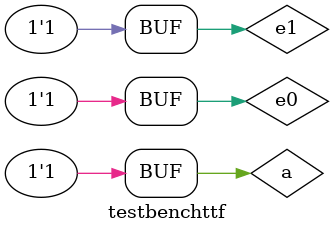
<source format=sv>
`timescale 1ns / 1ps


module TwotoFourDecoder(input a,e0,e1 , output d0,d1,d2,d3);
wire w0,w1,w2;
OnetoTwoDecoder gate1(.a(a),.b(e1),.d0(w0),.d1(w1));
OnetoTwoDecoder gate2(.a(w0),.b(e0),.d0(d3),.d1(d2));
OnetoTwoDecoder gate3(.a(w1),.b(e0),.d0(d1),.d1(d0));

endmodule

module testbenchttf;
    reg a,e0,e1;
    wire d0,d1,d2,d3;
    //always@(a,e0,e1)
    TwotoFourDecoder gate(.a(a),.e0(e0),.e1(e1),.d0(d0),.d1(d1),.d2(d2),.d3(d3));
    initial begin
    a=0;e0=0;e1=0; #10;
    a=1;e0=0;e1=0; #10;
    a=1;e0=1;e1=0; #10;
    a=0;e0=1;e1=0; #10;
    a=1;e0=1;e1=0; #10;
    a=0;e0=0;e1=0; #10;
    a=1;e0=0;e1=1; #10;
    a=1;e0=1;e1=1; #10;
    a=0;e0=1;e1=1; #10;
    a=1;e0=1;e1=1; #10;
    end
endmodule

</source>
